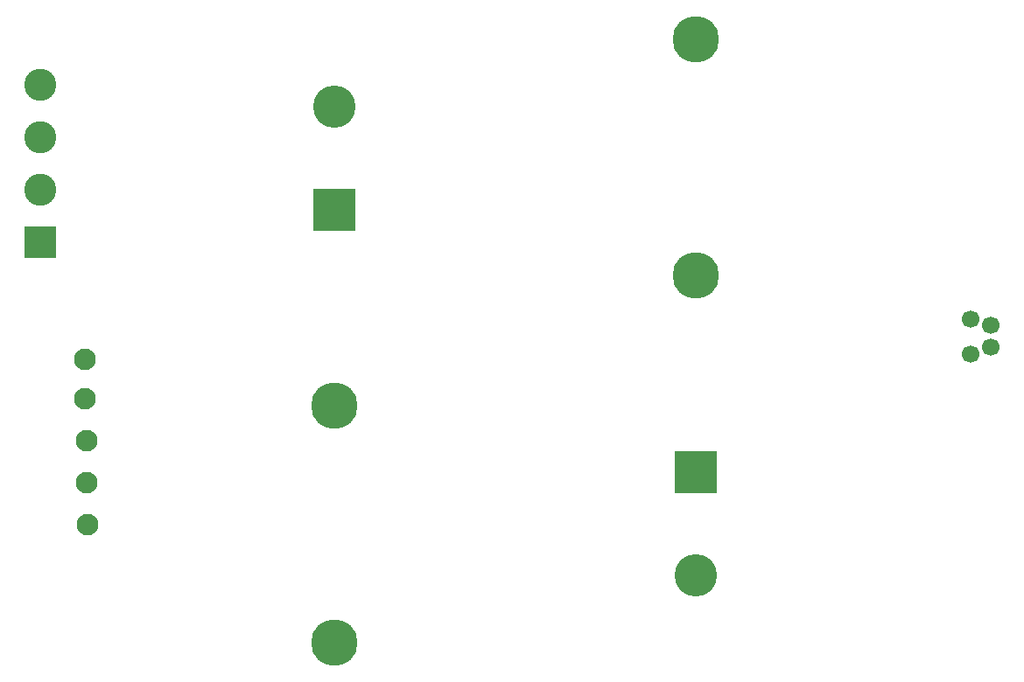
<source format=gbr>
%TF.GenerationSoftware,KiCad,Pcbnew,(5.1.6-0-10_14)*%
%TF.CreationDate,2021-05-07T14:06:44-07:00*%
%TF.ProjectId,LEDDriverFilter,4c454444-7269-4766-9572-46696c746572,rev?*%
%TF.SameCoordinates,Original*%
%TF.FileFunction,Soldermask,Bot*%
%TF.FilePolarity,Negative*%
%FSLAX46Y46*%
G04 Gerber Fmt 4.6, Leading zero omitted, Abs format (unit mm)*
G04 Created by KiCad (PCBNEW (5.1.6-0-10_14)) date 2021-05-07 14:06:44*
%MOMM*%
%LPD*%
G01*
G04 APERTURE LIST*
%ADD10C,4.100000*%
%ADD11R,4.100000X4.100000*%
%ADD12C,1.700000*%
%ADD13C,2.100000*%
%ADD14C,4.500000*%
%ADD15C,3.100000*%
%ADD16R,3.100000X3.100000*%
G04 APERTURE END LIST*
D10*
%TO.C,C1*%
X113665000Y-89060000D03*
D11*
X113665000Y-99060000D03*
%TD*%
D12*
%TO.C,U1*%
X175215000Y-113020000D03*
X177165000Y-110245000D03*
X177165000Y-112395000D03*
X175215000Y-109620000D03*
%TD*%
D13*
%TO.C,TP1*%
X89535000Y-113538000D03*
%TD*%
%TO.C,TP3*%
X89662000Y-121412000D03*
%TD*%
%TO.C,TP2*%
X89535000Y-117348000D03*
%TD*%
%TO.C,TP4*%
X89662000Y-125476000D03*
%TD*%
%TO.C,TP5*%
X89789000Y-129540000D03*
%TD*%
D14*
%TO.C,L2*%
X148590000Y-105450000D03*
X148590000Y-82550000D03*
%TD*%
%TO.C,L1*%
X113665000Y-118070000D03*
X113665000Y-140970000D03*
%TD*%
D15*
%TO.C,J1*%
X85217000Y-86995000D03*
D16*
X85217000Y-102235000D03*
D15*
X85217000Y-92075000D03*
X85217000Y-97155000D03*
%TD*%
D10*
%TO.C,C2*%
X148590000Y-134460000D03*
D11*
X148590000Y-124460000D03*
%TD*%
M02*

</source>
